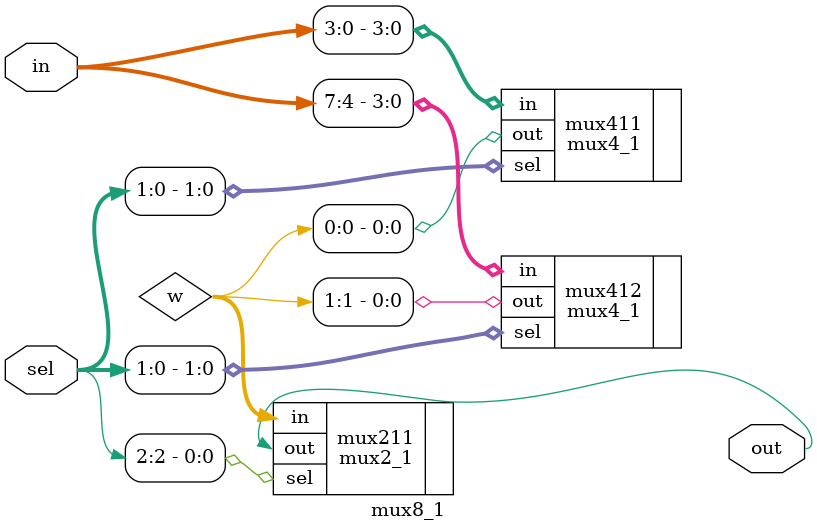
<source format=sv>
module mux8_1(in, sel, out);
	input logic [7:0] in;
	input logic [2:0] sel;
	output logic out;
	logic [1:0] w;

	mux4_1 mux411 (.in(in[3:0]), .sel(sel[1:0]), .out(w[0]));
	mux4_1 mux412 (.in(in[7:4]), .sel(sel[1:0]), .out(w[1]));
	mux2_1 mux211 (.in(w[1:0]),  .sel(sel[2]),   .out(out));

endmodule

</source>
